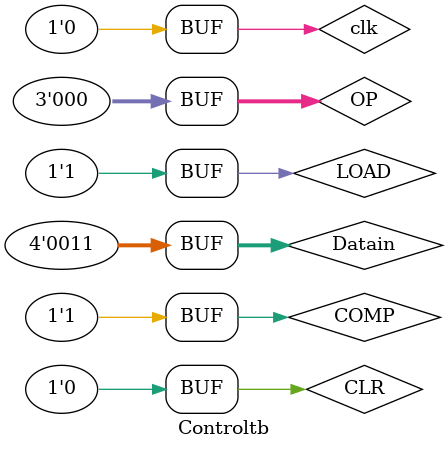
<source format=v>
module Controltb #(parameter W = 4);
reg [3:0] Datain=4'b011;
reg clk=1'b0;
reg COMP=0;
reg CLR=0;
reg LOAD=0;
reg [2:0] OP=3'b000;
wire [3:0] R0out,R1out;

Controller uut(.OP(OP),.clk(clk),.LOAD(LOAD),.COMP(COMP),.CLR(CLR));
LAB2_2305001 uuut(.Datain(Datain),.R0out(R0out),.R1out(R1out));
initial begin
LOAD=1;
#50;
clk=~clk;
#50;
clk=~clk;
Datain=Datain+1;
#50;
clk=~clk;
#50;
clk=~clk;
OP=3'b000;
COMP=1;
clk=~clk;



end

endmodule
</source>
